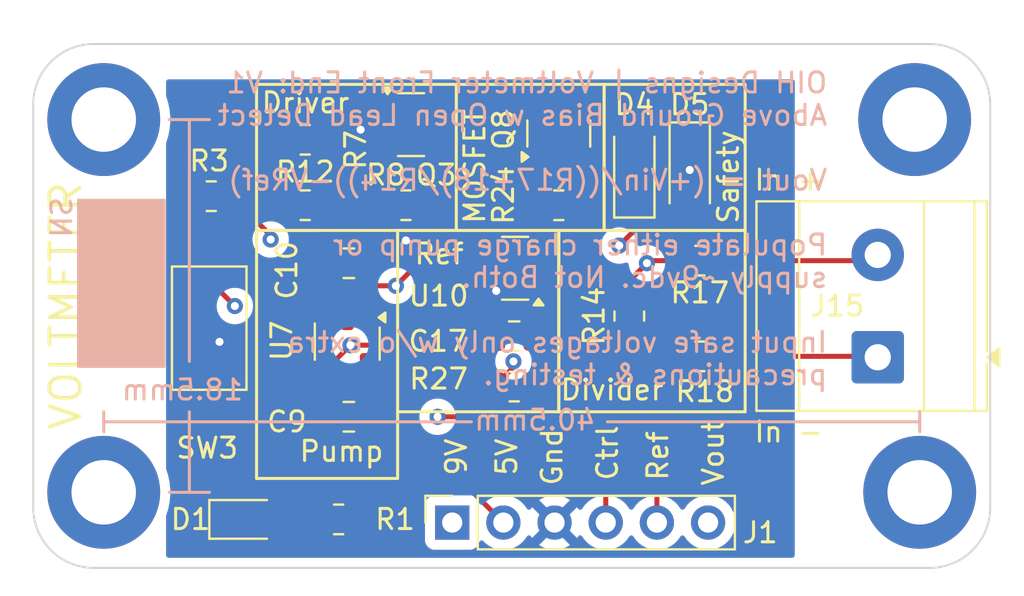
<source format=kicad_pcb>
(kicad_pcb (version 20241229) (generator "pcbnew") (generator_version "9.0")
  (layers (0 "F.Cu" signal) (4 "In1.Cu" signal) (6 "In2.Cu" signal) (2 "B.Cu" signal) (13 "F.Paste" user) (15 "B.Paste" user) (5 "F.SilkS" user "F.Silkscreen") (7 "B.SilkS" user "B.Silkscreen") (1 "F.Mask" user) (3 "B.Mask" user) (25 "Edge.Cuts" user))
  (net 0 "")
  (net 1 "GND")
  (net 2 "+9V")
  (net 3 "V_Input_REF")
  (net 4 "V_Input_Float")
  (net 5 "VDD")
  (net 6 "Net-(D1-A)")
  (net 7 "Net-(U7-C1-)")
  (net 8 "Net-(U7-C1+)")
  (net 9 "/ADC-1")
  (net 10 "/V Ref to ADS-0")
  (net 11 "Net-(Q8-D)")
  (net 12 "MOSFET_Ctrl")
  (net 13 "Net-(Q3-B)")
  (net 14 "/MOSFET_Gate")
  (footprint "Resistor_SMD:R_0805_2012Metric_Pad1.20x1.40mm_HandSolder" (layer "F.Cu") (at 114.3735 78.752)
    (property "Reference" "R27" (at -3.75 -0.381 0) (layer "F.SilkS"))
    (property "Value" "4.7K")
    (fp_line (start -0.227064 -0.735) (end 0.227064 -0.735) (stroke (width 0.12)) (layer "F.SilkS"))
    (fp_line (start -0.227064 0.735) (end 0.227064 0.735) (stroke (width 0.12)) (layer "F.SilkS"))
    (pad "1" smd roundrect (at -1 0) (size 1.2 1.4) (layers "F.Cu" "F.Mask" "F.Paste") (roundrect_rratio 0.208333) (net 5 "VDD"))
    (pad "2" smd roundrect (at 1 0) (size 1.2 1.4) (layers "F.Cu" "F.Mask" "F.Paste") (roundrect_rratio 0.208333) (net 10 "/V Ref to ADS-0"))
  )
  (footprint "Resistor_SMD:R_0805_2012Metric_Pad1.20x1.40mm_HandSolder" (layer "F.Cu") (at 123.586 77.252 180)
    (property "Reference" "R18" (at -0.25 -1.75 0) (layer "F.SilkS"))
    (property "Value" "499.0K")
    (fp_line (start -0.227064 0.735) (end 0.227064 0.735) (stroke (width 0.12)) (layer "F.SilkS"))
    (fp_line (start -0.227064 -0.735) (end 0.227064 -0.735) (stroke (width 0.12)) (layer "F.SilkS"))
    (pad "1" smd roundrect (at -1 0 180) (size 1.2 1.4) (layers "F.Cu" "F.Mask" "F.Paste") (roundrect_rratio 0.208333) (net 3 "V_Input_REF"))
    (pad "2" smd roundrect (at 1 0 180) (size 1.2 1.4) (layers "F.Cu" "F.Mask" "F.Paste") (roundrect_rratio 0.208333) (net 10 "/V Ref to ADS-0"))
  )
  (footprint "Resistor_SMD:R_0805_2012Metric_Pad1.20x1.40mm_HandSolder" (layer "F.Cu") (at 120.086 75.252 90)
    (property "Reference" "R14" (at 0 -1.75 270) (layer "F.SilkS"))
    (property "Value" "15.0K")
    (fp_line (start -0.227064 -0.735) (end 0.227064 -0.735) (stroke (width 0.12)) (layer "F.SilkS"))
    (fp_line (start -0.227064 0.735) (end 0.227064 0.735) (stroke (width 0.12)) (layer "F.SilkS"))
    (pad "1" smd roundrect (at -1 0 90) (size 1.2 1.4) (layers "F.Cu" "F.Mask" "F.Paste") (roundrect_rratio 0.208333) (net 10 "/V Ref to ADS-0"))
    (pad "2" smd roundrect (at 1 0 90) (size 1.2 1.4) (layers "F.Cu" "F.Mask" "F.Paste") (roundrect_rratio 0.208333) (net 9 "/ADC-1"))
  )
  (footprint "Package_TO_SOT_SMD:SOT-23" (layer "F.Cu") (at 114.419 72.88 180)
    (property "Reference" "U10" (at 3.7955 -1.372 0) (layer "F.SilkS"))
    (property "Value" "LM4040DBZ-2.5")
    (fp_line (start 0 1.56) (end 0.65 1.56) (stroke (width 0.12)) (layer "F.SilkS"))
    (fp_line (start 0 1.56) (end -0.65 1.56) (stroke (width 0.12)) (layer "F.SilkS"))
    (fp_line (start 0 -1.56) (end 0.65 -1.56) (stroke (width 0.12)) (layer "F.SilkS"))
    (fp_line (start 0 -1.56) (end -0.65 -1.56) (stroke (width 0.12)) (layer "F.SilkS"))
    (fp_poly (pts (xy -1.1625 -1.51) (xy -1.4025 -1.84) (xy -0.9225 -1.84) (xy -1.1625 -1.51)) (stroke (width 0.12)) (fill yes) (layer "F.SilkS"))
    (pad "1" smd roundrect (at -0.9375 -0.95 180) (size 1.475 0.6) (layers "F.Cu" "F.Mask" "F.Paste") (net 10 "/V Ref to ADS-0"))
    (pad "2" smd roundrect (at -0.9375 0.95 180) (size 1.475 0.6) (layers "F.Cu" "F.Mask" "F.Paste") (net 1 "GND"))
    (pad "3" smd roundrect (at 0.9375 0 180) (size 1.475 0.6) (layers "F.Cu" "F.Mask" "F.Paste") (net 1 "GND"))
  )
  (footprint "Capacitor_SMD:C_0805_2012Metric_Pad1.18x1.45mm_HandSolder" (layer "F.Cu") (at 106.1685 80.24994)
    (property "Reference" "C9" (at -3.0825 0.25 180) (layer "F.SilkS"))
    (property "Value" "4.7uF")
    (fp_line (start -0.261252 -0.735) (end 0.261252 -0.735) (stroke (width 0.12)) (layer "F.SilkS"))
    (fp_line (start -0.261252 0.735) (end 0.261252 0.735) (stroke (width 0.12)) (layer "F.SilkS"))
    (pad "1" smd roundrect (at -1.0375 0) (size 1.175 1.45) (layers "F.Cu" "F.Mask" "F.Paste") (roundrect_rratio 0.212766) (net 7 "Net-(U7-C1-)"))
    (pad "2" smd roundrect (at 1.0375 0) (size 1.175 1.45) (layers "F.Cu" "F.Mask" "F.Paste") (roundrect_rratio 0.212766) (net 8 "Net-(U7-C1+)"))
  )
  (footprint "Resistor_SMD:R_0805_2012Metric_Pad1.20x1.40mm_HandSolder" (layer "F.Cu") (at 105.657 85.344 180)
    (property "Reference" "R1" (at -2.801 0 0) (layer "F.SilkS"))
    (property "Value" "1K")
    (fp_line (start -0.227064 0.735) (end 0.227064 0.735) (stroke (width 0.12)) (layer "F.SilkS"))
    (fp_line (start -0.227064 -0.735) (end 0.227064 -0.735) (stroke (width 0.12)) (layer "F.SilkS"))
    (pad "1" smd roundrect (at -1 0 180) (size 1.2 1.4) (layers "F.Cu" "F.Mask" "F.Paste") (roundrect_rratio 0.208333) (net 5 "VDD"))
    (pad "2" smd roundrect (at 1 0 180) (size 1.2 1.4) (layers "F.Cu" "F.Mask" "F.Paste") (roundrect_rratio 0.208333) (net 6 "Net-(D1-A)"))
  )
  (footprint "Resistor_SMD:R_0805_2012Metric_Pad1.20x1.40mm_HandSolder" (layer "F.Cu") (at 123.586 72.502 180)
    (property "Reference" "R17" (at 0 -1.595 0) (layer "F.SilkS"))
    (property "Value" "499.0K")
    (fp_line (start -0.227064 0.735) (end 0.227064 0.735) (stroke (width 0.12)) (layer "F.SilkS"))
    (fp_line (start -0.227064 -0.735) (end 0.227064 -0.735) (stroke (width 0.12)) (layer "F.SilkS"))
    (pad "1" smd roundrect (at -1 0 180) (size 1.2 1.4) (layers "F.Cu" "F.Mask" "F.Paste") (roundrect_rratio 0.208333) (net 4 "V_Input_Float"))
    (pad "2" smd roundrect (at 1 0 180) (size 1.2 1.4) (layers "F.Cu" "F.Mask" "F.Paste") (roundrect_rratio 0.208333) (net 9 "/ADC-1"))
  )
  (footprint "Resistor_SMD:R_0805_2012Metric_Pad1.20x1.40mm_HandSolder" (layer "F.Cu") (at 104 66.5)
    (property "Reference" "R7" (at 2.5 0.5 270) (layer "F.SilkS"))
    (property "Value" "22K")
    (fp_line (start -0.227064 -0.735) (end 0.227064 -0.735) (stroke (width 0.12)) (layer "F.SilkS"))
    (fp_line (start -0.227064 0.735) (end 0.227064 0.735) (stroke (width 0.12)) (layer "F.SilkS"))
    (pad "1" smd roundrect (at -1 0) (size 1.2 1.4) (layers "F.Cu" "F.Mask" "F.Paste") (roundrect_rratio 0.208333) (net 12 "MOSFET_Ctrl"))
    (pad "2" smd roundrect (at 1 0) (size 1.2 1.4) (layers "F.Cu" "F.Mask" "F.Paste") (roundrect_rratio 0.208333) (net 13 "Net-(Q3-B)"))
  )
  (footprint "Package_TO_SOT_SMD:SOT-23-5_HandSoldering" (layer "F.Cu") (at 106.086 76.51994 -90)
    (property "Reference" "U7" (at -0.045 3.25 90) (layer "F.SilkS"))
    (property "Value" "MAX1683")
    (fp_line (start -0.9 1.61) (end 0.9 1.61) (stroke (width 0.12)) (layer "F.SilkS"))
    (fp_line (start 0.1 -1.61) (end -0.7 -1.61) (stroke (width 0.12)) (layer "F.SilkS"))
    (fp_line (start 0.1 -1.61) (end 0.9 -1.61) (stroke (width 0.12)) (layer "F.SilkS"))
    (fp_poly (pts (xy -1.2 -1.56) (xy -1.44 -1.89) (xy -0.96 -1.89) (xy -1.2 -1.56)) (stroke (width 0.12)) (fill yes) (layer "F.SilkS"))
    (pad "1" smd roundrect (at -1.35 -0.95 270) (size 1.56 0.65) (layers "F.Cu" "F.Mask" "F.Paste") (net 1 "GND"))
    (pad "2" smd roundrect (at -1.35 0 270) (size 1.56 0.65) (layers "F.Cu" "F.Mask" "F.Paste") (net 2 "+9V"))
    (pad "3" smd roundrect (at -1.35 0.95 270) (size 1.56 0.65) (layers "F.Cu" "F.Mask" "F.Paste") (net 7 "Net-(U7-C1-)"))
    (pad "4" smd roundrect (at 1.35 0.95 270) (size 1.56 0.65) (layers "F.Cu" "F.Mask" "F.Paste") (net 5 "VDD"))
    (pad "5" smd roundrect (at 1.35 -0.95 270) (size 1.56 0.65) (layers "F.Cu" "F.Mask" "F.Paste") (net 8 "Net-(U7-C1+)"))
  )
  (footprint "Resistor_SMD:R_0805_2012Metric_Pad1.20x1.40mm_HandSolder" (layer "F.Cu") (at 99.336 69.302 180)
    (property "Reference" "R3" (at 0.1 1.75 0) (layer "F.SilkS"))
    (property "Value" "10K")
    (fp_line (start -0.227064 0.735) (end 0.227064 0.735) (stroke (width 0.12)) (layer "F.SilkS"))
    (fp_line (start -0.227064 -0.735) (end 0.227064 -0.735) (stroke (width 0.12)) (layer "F.SilkS"))
    (pad "1" smd roundrect (at -1 0 180) (size 1.2 1.4) (layers "F.Cu" "F.Mask" "F.Paste") (roundrect_rratio 0.208333) (net 5 "VDD"))
    (pad "2" smd roundrect (at 1 0 180) (size 1.2 1.4) (layers "F.Cu" "F.Mask" "F.Paste") (roundrect_rratio 0.208333) (net 12 "MOSFET_Ctrl"))
  )
  (footprint "Package_TO_SOT_SMD:SOT-23" (layer "F.Cu") (at 109.25 65.75)
    (property "Reference" "Q3" (at 1.25 2.5 180) (layer "F.SilkS"))
    (property "Value" "MMBT3904")
    (fp_line (start 0 -1.56) (end -0.65 -1.56) (stroke (width 0.12)) (layer "F.SilkS"))
    (fp_line (start 0 -1.56) (end 0.65 -1.56) (stroke (width 0.12)) (layer "F.SilkS"))
    (fp_line (start 0 1.56) (end -0.65 1.56) (stroke (width 0.12)) (layer "F.SilkS"))
    (fp_line (start 0 1.56) (end 0.65 1.56) (stroke (width 0.12)) (layer "F.SilkS"))
    (fp_poly (pts (xy -1.1625 -1.51) (xy -1.4025 -1.84) (xy -0.9225 -1.84)) (stroke (width 0.12)) (fill yes) (layer "F.SilkS"))
    (pad "1" smd roundrect (at -0.9375 -0.95) (size 1.475 0.6) (layers "F.Cu" "F.Mask" "F.Paste") (net 13 "Net-(Q3-B)"))
    (pad "2" smd roundrect (at -0.9375 0.95) (size 1.475 0.6) (layers "F.Cu" "F.Mask" "F.Paste") (net 1 "GND"))
    (pad "3" smd roundrect (at 0.9375 0) (size 1.475 0.6) (layers "F.Cu" "F.Mask" "F.Paste") (net 14 "/MOSFET_Gate"))
  )
  (footprint "Resistor_SMD:R_0805_2012Metric_Pad1.20x1.40mm_HandSolder" (layer "F.Cu") (at 104 69.75)
    (property "Reference" "R12" (at 0 -1.65 0) (layer "F.SilkS"))
    (property "Value" "100K")
    (fp_line (start -0.227064 -0.735) (end 0.227064 -0.735) (stroke (width 0.12)) (layer "F.SilkS"))
    (fp_line (start -0.227064 0.735) (end 0.227064 0.735) (stroke (width 0.12)) (layer "F.SilkS"))
    (pad "1" smd roundrect (at -1 0) (size 1.2 1.4) (layers "F.Cu" "F.Mask" "F.Paste") (roundrect_rratio 0.208333) (net 1 "GND"))
    (pad "2" smd roundrect (at 1 0) (size 1.2 1.4) (layers "F.Cu" "F.Mask" "F.Paste") (roundrect_rratio 0.208333) (net 14 "/MOSFET_Gate"))
  )
  (footprint "Diode_SMD:D_SOD-123" (layer "F.Cu") (at 120.336 68.002 90)
    (property "Reference" "D4" (at 3.25 0 0) (layer "F.SilkS"))
    (property "Value" "D_Schottky")
    (fp_line (start -2.36 -1) (end 1.65 -1) (stroke (width 0.12)) (layer "F.SilkS"))
    (fp_line (start -2.36 -1) (end -2.36 1) (stroke (width 0.12)) (layer "F.SilkS"))
    (fp_line (start -2.36 1) (end 1.65 1) (stroke (width 0.12)) (layer "F.SilkS"))
    (pad "1" smd roundrect (at -1.65 0 90) (size 0.9 1.2) (layers "F.Cu" "F.Mask" "F.Paste") (net 5 "VDD"))
    (pad "2" smd roundrect (at 1.65 0 90) (size 0.9 1.2) (layers "F.Cu" "F.Mask" "F.Paste") (net 9 "/ADC-1"))
  )
  (footprint "Resistor_SMD:R_0805_2012Metric_Pad1.20x1.40mm_HandSolder" (layer "F.Cu") (at 116.586 69.752 180)
    (property "Reference" "R24" (at 2.75 0.5 90) (layer "F.SilkS"))
    (property "Value" "1.0M")
    (fp_line (start -0.227064 0.735) (end 0.227064 0.735) (stroke (width 0.12)) (layer "F.SilkS"))
    (fp_line (start -0.227064 -0.735) (end 0.227064 -0.735) (stroke (width 0.12)) (layer "F.SilkS"))
    (pad "1" smd roundrect (at -1 0 180) (size 1.2 1.4) (layers "F.Cu" "F.Mask" "F.Paste") (roundrect_rratio 0.208333) (net 11 "Net-(Q8-D)"))
    (pad "2" smd roundrect (at 1 0 180) (size 1.2 1.4) (layers "F.Cu" "F.Mask" "F.Paste") (roundrect_rratio 0.208333) (net 10 "/V Ref to ADS-0"))
  )
  (footprint "Capacitor_SMD:C_0805_2012Metric_Pad1.18x1.45mm_HandSolder" (layer "F.Cu") (at 106.1685 72.62994 180)
    (property "Reference" "C10" (at 3.0825 -0.345 270) (layer "F.SilkS"))
    (property "Value" "4.7uF")
    (fp_line (start -0.261252 0.735) (end 0.261252 0.735) (stroke (width 0.12)) (layer "F.SilkS"))
    (fp_line (start -0.261252 -0.735) (end 0.261252 -0.735) (stroke (width 0.12)) (layer "F.SilkS"))
    (pad "1" smd roundrect (at -1.0375 0 180) (size 1.175 1.45) (layers "F.Cu" "F.Mask" "F.Paste") (roundrect_rratio 0.212766) (net 1 "GND"))
    (pad "2" smd roundrect (at 1.0375 0 180) (size 1.175 1.45) (layers "F.Cu" "F.Mask" "F.Paste") (roundrect_rratio 0.212766) (net 2 "+9V"))
  )
  (footprint "TerminalBlock_Phoenix:TerminalBlock_Phoenix_MKDS-3-2-5.08_1x02_P5.08mm_Horizontal" (layer "F.Cu") (at 132.4175 77.297 90)
    (property "Reference" "J15" (at 2.547 -2.0035 180) (layer "F.SilkS"))
    (property "Value" "Barrel_Jack")
    (fp_line (start 7.74 -6.02) (end 7.74 5.42) (stroke (width 0.12)) (layer "F.SilkS"))
    (fp_line (start -2.66 -6.02) (end 7.74 -6.02) (stroke (width 0.12)) (layer "F.SilkS"))
    (fp_line (start -2.66 -3.9) (end 7.74 -3.9) (stroke (width 0.12)) (layer "F.SilkS"))
    (fp_line (start -2.66 2.3) (end 7.74 2.3) (stroke (width 0.12)) (layer "F.SilkS"))
    (fp_line (start -2.66 4.8) (end 7.74 4.8) (stroke (width 0.12)) (layer "F.SilkS"))
    (fp_line (start 7.74 5.42) (end 0.3 5.42) (stroke (width 0.12)) (layer "F.SilkS"))
    (fp_line (start -0.3 5.42) (end -2.66 5.42) (stroke (width 0.12)) (layer "F.SilkS"))
    (fp_line (start -2.66 5.42) (end -2.66 -6.02) (stroke (width 0.12)) (layer "F.SilkS"))
    (fp_poly (pts (xy 0 5.42) (xy 0.44 6.03) (xy -0.44 6.03)) (stroke (width 0.12)) (fill yes) (layer "F.SilkS"))
    (pad "1" thru_hole roundrect (at 0 0 90) (size 2.6 2.6) (drill 1.3) (layers "*.Cu" "*.Mask") (roundrect_rratio 0.096154) (net 3 "V_Input_REF"))
    (pad "2" thru_hole circle (at 5.08 0 90) (size 2.6 2.6) (drill 1.3) (layers "*.Cu" "*.Mask") (net 4 "V_Input_Float"))
  )
  (footprint "MountingHole:MountingHole_3.2mm_M3_DIN965_Pad_TopBottom" (layer "F.Cu") (at 134.5 84)
    (property "Reference" "H3" (hide yes))
    (property "Value" "MountingHole")
    (pad "1" thru_hole circle (at 0 0) (size 3.6 3.6) (drill 3.2) (layers "*.Cu" "*.Mask"))
    (pad "1" connect circle (at 0 0) (size 5.6 5.6) (layers "F.Cu" "F.Mask"))
    (pad "1" connect circle (at 0 0) (size 5.6 5.6) (layers "B.Cu" "B.Mask"))
  )
  (footprint "Diode_SMD:D_SOD-123" (layer "F.Cu") (at 123.086 68.002 -90)
    (property "Reference" "D5" (at -3.25 0 0) (layer "F.SilkS"))
    (property "Value" "D_Schottky")
    (fp_line (start -2.36 1) (end 1.65 1) (stroke (width 0.12)) (layer "F.SilkS"))
    (fp_line (start -2.36 -1) (end -2.36 1) (stroke (width 0.12)) (layer "F.SilkS"))
    (fp_line (start -2.36 -1) (end 1.65 -1) (stroke (width 0.12)) (layer "F.SilkS"))
    (pad "1" smd roundrect (at -1.65 0 270) (size 0.9 1.2) (layers "F.Cu" "F.Mask" "F.Paste") (net 9 "/ADC-1"))
    (pad "2" smd roundrect (at 1.65 0 270) (size 0.9 1.2) (layers "F.Cu" "F.Mask" "F.Paste") (net 1 "GND"))
  )
  (footprint "Package_TO_SOT_SMD:SOT-23" (layer "F.Cu") (at 116.586 66.1895 90)
    (property "Reference" "Q8" (at 0.1875 -2.75 270) (layer "F.SilkS"))
    (property "Value" "AO3400A MOSFET")
    (fp_line (start 0 -1.56) (end 0.65 -1.56) (stroke (width 0.12)) (layer "F.SilkS"))
    (fp_line (start 0 -1.56) (end -0.65 -1.56) (stroke (width 0.12)) (layer "F.SilkS"))
    (fp_line (start 0 1.56) (end 0.65 1.56) (stroke (width 0.12)) (layer "F.SilkS"))
    (fp_line (start 0 1.56) (end -0.65 1.56) (stroke (width 0.12)) (layer "F.SilkS"))
    (fp_poly (pts (xy -1.1625 -1.51) (xy -1.4025 -1.84) (xy -0.9225 -1.84)) (stroke (width 0.12)) (fill yes) (layer "F.SilkS"))
    (pad "1" smd roundrect (at -0.9375 -0.95 90) (size 1.475 0.6) (layers "F.Cu" "F.Mask" "F.Paste") (net 14 "/MOSFET_Gate"))
    (pad "2" smd roundrect (at -0.9375 0.95 90) (size 1.475 0.6) (layers "F.Cu" "F.Mask" "F.Paste") (net 9 "/ADC-1"))
    (pad "3" smd roundrect (at 0.9375 0 90) (size 1.475 0.6) (layers "F.Cu" "F.Mask" "F.Paste") (net 11 "Net-(Q8-D)"))
  )
  (footprint "Resistor_SMD:R_0805_2012Metric_Pad1.20x1.40mm_HandSolder" (layer "F.Cu") (at 109 69.75)
    (property "Reference" "R8" (at -1 -1.5 180) (layer "F.SilkS"))
    (property "Value" "10K")
    (fp_line (start -0.227064 -0.735) (end 0.227064 -0.735) (stroke (width 0.12)) (layer "F.SilkS"))
    (fp_line (start -0.227064 0.735) (end 0.227064 0.735) (stroke (width 0.12)) (layer "F.SilkS"))
    (pad "1" smd roundrect (at -1 0) (size 1.2 1.4) (layers "F.Cu" "F.Mask" "F.Paste") (roundrect_rratio 0.208333) (net 14 "/MOSFET_Gate"))
    (pad "2" smd roundrect (at 1 0) (size 1.2 1.4) (layers "F.Cu" "F.Mask" "F.Paste") (roundrect_rratio 0.208333) (net 2 "+9V"))
  )
  (footprint "MountingHole:MountingHole_3.2mm_M3_DIN965_Pad_TopBottom" (layer "F.Cu") (at 134.25 65.5)
    (property "Reference" "H2" (hide yes))
    (property "Value" "MountingHole")
    (pad "1" thru_hole circle (at 0 0) (size 3.6 3.6) (drill 3.2) (layers "*.Cu" "*.Mask"))
    (pad "1" connect circle (at 0 0) (size 5.6 5.6) (layers "F.Cu" "F.Mask"))
    (pad "1" connect circle (at 0 0) (size 5.6 5.6) (layers "B.Cu" "B.Mask"))
  )
  (footprint "LED_SMD:LED_0805_2012Metric_Pad1.15x1.40mm_HandSolder" (layer "F.Cu") (at 101.101 85.344)
    (property "Reference" "D1" (at -2.794 0 0) (layer "F.SilkS"))
    (property "Value" "LED")
    (fp_line (start -1.86 -0.96) (end -1.86 0.96) (stroke (width 0.12)) (layer "F.SilkS"))
    (fp_line (start -1.86 0.96) (end 1 0.96) (stroke (width 0.12)) (layer "F.SilkS"))
    (fp_line (start 1 -0.96) (end -1.86 -0.96) (stroke (width 0.12)) (layer "F.SilkS"))
    (pad "1" smd roundrect (at -1.025 0) (size 1.15 1.4) (layers "F.Cu" "F.Mask" "F.Paste") (roundrect_rratio 0.217391) (net 1 "GND"))
    (pad "2" smd roundrect (at 1.025 0) (size 1.15 1.4) (layers "F.Cu" "F.Mask" "F.Paste") (roundrect_rratio 0.217391) (net 6 "Net-(D1-A)"))
  )
  (footprint "MountingHole:MountingHole_3.2mm_M3_DIN965_Pad_TopBottom" (layer "F.Cu") (at 94 84)
    (property "Reference" "H4" (hide yes))
    (property "Value" "MountingHole")
    (pad "1" thru_hole circle (at 0 0) (size 3.6 3.6) (drill 3.2) (layers "*.Cu" "*.Mask"))
    (pad "1" connect circle (at 0 0) (size 5.6 5.6) (layers "F.Cu" "F.Mask"))
    (pad "1" connect circle (at 0 0) (size 5.6 5.6) (layers "B.Cu" "B.Mask"))
  )
  (footprint "Button_Switch_SMD:SW_SPST_CK_RS282G05A3" (layer "F.Cu") (at 99.236 75.852 -90)
    (property "Reference" "SW3" (at 5.95 0.1 0) (layer "F.SilkS"))
    (property "Value" "SW_Push")
    (fp_line (start -3.06 1.85) (end -3.06 -1.85) (stroke (width 0.12)) (layer "F.SilkS"))
    (fp_line (start 3.06 1.85) (end -3.06 1.85) (stroke (width 0.12)) (layer "F.SilkS"))
    (fp_line (start -3.06 -1.85) (end 3.06 -1.85) (stroke (width 0.12)) (layer "F.SilkS"))
    (fp_line (start 3.06 -1.85) (end 3.06 1.85) (stroke (width 0.12)) (layer "F.SilkS"))
    (pad "1" smd rect (at -3.9 0 270) (size 1.5 1.5) (layers "F.Cu" "F.Mask" "F.Paste") (net 12 "MOSFET_Ctrl"))
    (pad "2" smd rect (at 3.9 0 270) (size 1.5 1.5) (layers "F.Cu" "F.Mask" "F.Paste") (net 1 "GND"))
  )
  (footprint "Capacitor_SMD:C_0805_2012Metric_Pad1.18x1.45mm_HandSolder" (layer "F.Cu") (at 114.3735 76.252)
    (property "Reference" "C17" (at -3.7875 0.25 180) (layer "F.SilkS"))
    (property "Value" "0.1uF")
    (fp_line (start -0.261252 -0.735) (end 0.261252 -0.735) (stroke (width 0.12)) (layer "F.SilkS"))
    (fp_line (start -0.261252 0.735) (end 0.261252 0.735) (stroke (width 0.12)) (layer "F.SilkS"))
    (pad "1" smd roundrect (at -1.0375 0) (size 1.175 1.45) (layers "F.Cu" "F.Mask" "F.Paste") (roundrect_rratio 0.212766) (net 1 "GND"))
    (pad "2" smd roundrect (at 1.0375 0) (size 1.175 1.45) (layers "F.Cu" "F.Mask" "F.Paste") (roundrect_rratio 0.212766) (net 10 "/V Ref to ADS-0"))
  )
  (footprint "Connector_PinSocket_2.54mm:PinSocket_1x06_P2.54mm_Vertical" (layer "F.Cu") (at 111.296 85.502 90)
    (property "Reference" "J1" (at -0.5 15.29 180) (layer "F.SilkS"))
    (property "Value" "Voltmeter")
    (fp_line (start 1.33 -1.33) (end 1.33 0) (stroke (width 0.12)) (layer "F.SilkS"))
    (fp_line (start 0 -1.33) (end 1.33 -1.33) (stroke (width 0.12)) (layer "F.SilkS"))
    (fp_line (start 1.33 1.27) (end 1.33 14.03) (stroke (width 0.12)) (layer "F.SilkS"))
    (fp_line (start -1.33 1.27) (end 1.33 1.27) (stroke (width 0.12)) (layer "F.SilkS"))
    (fp_line (start -1.33 1.27) (end -1.33 14.03) (stroke (width 0.12)) (layer "F.SilkS"))
    (fp_line (start -1.33 14.03) (end 1.33 14.03) (stroke (width 0.12)) (layer "F.SilkS"))
    (pad "1" thru_hole rect (at 0 0 90) (size 1.7 1.7) (drill 1) (layers "*.Cu" "*.Mask") (net 2 "+9V"))
    (pad "2" thru_hole circle (at 0 2.54 90) (size 1.7 1.7) (drill 1) (layers "*.Cu" "*.Mask") (net 5 "VDD"))
    (pad "3" thru_hole circle (at 0 5.08 90) (size 1.7 1.7) (drill 1) (layers "*.Cu" "*.Mask") (net 1 "GND"))
    (pad "4" thru_hole circle (at 0 7.62 90) (size 1.7 1.7) (drill 1) (layers "*.Cu" "*.Mask") (net 12 "MOSFET_Ctrl"))
    (pad "5" thru_hole circle (at 0 10.16 90) (size 1.7 1.7) (drill 1) (layers "*.Cu" "*.Mask") (net 10 "/V Ref to ADS-0"))
    (pad "6" thru_hole circle (at 0 12.7 90) (size 1.7 1.7) (drill 1) (layers "*.Cu" "*.Mask") (net 9 "/ADC-1"))
  )
  (footprint "MountingHole:MountingHole_3.2mm_M3_DIN965_Pad_TopBottom" (layer "F.Cu") (at 94 65.5)
    (property "Reference" "H1" (hide yes))
    (property "Value" "MountingHole")
    (pad "1" thru_hole circle (at 0 0) (size 3.6 3.6) (drill 3.2) (layers "*.Cu" "*.Mask"))
    (pad "1" connect circle (at 0 0) (size 5.6 5.6) (layers "F.Cu" "F.Mask"))
    (pad "1" connect circle (at 0 0) (size 5.6 5.6) (layers "B.Cu" "B.Mask"))
  )
  (gr_line (start 104.586 71.002) (end 101.586 71.002) (stroke (width 0.15)) (layer "F.SilkS"))
  (gr_rect (start 101.586 63.752) (end 118.836 71.002) (stroke (width 0.15)) (fill no) (layer "F.SilkS"))
  (gr_line (start 101.586 71.002) (end 101.586 83.312) (stroke (width 0.15)) (layer "F.SilkS"))
  (gr_line (start 108.586 80.002) (end 108.586 83.312) (stroke (width 0.15)) (layer "F.SilkS"))
  (gr_rect (start 118.836 63.752) (end 125.836 71.002) (stroke (width 0.15)) (fill no) (layer "F.SilkS"))
  (gr_line (start 111.5 71) (end 111.5 63.75) (stroke (width 0.15)) (layer "F.SilkS"))
  (gr_line (start 101.586 83.312) (end 108.586 83.312) (stroke (width 0.15)) (layer "F.SilkS"))
  (gr_rect (start 116.586 71.002) (end 125.836 80.002) (stroke (width 0.15)) (fill no) (layer "F.SilkS"))
  (gr_rect (start 108.586 71.002) (end 116.586 80.002) (stroke (width 0.15)) (fill no) (layer "F.SilkS"))
  (gr_line (start 125.836 80.002) (end 125.836 80.002) (stroke (width 0.15)) (layer "F.SilkS"))
  (gr_line (start 94 80) (end 94 81) (stroke (width 0.15)) (layer "B.SilkS"))
  (gr_rect (start 92.75 69.5) (end 97 77.75) (stroke (width 0.15)) (fill yes) (layer "B.SilkS"))
  (gr_line (start 134.5 81) (end 134.5 80) (stroke (width 0.15)) (layer "B.SilkS"))
  (gr_line (start 134.5 80.5) (end 119 80.5) (stroke (width 0.15)) (layer "B.SilkS"))
  (gr_line (start 94 80.5) (end 112.25 80.5) (stroke (width 0.15)) (layer "B.SilkS"))
  (gr_line (start 97.25 84) (end 99.25 84) (stroke (width 0.15)) (layer "B.SilkS"))
  (gr_line (start 98.25 77.5) (end 98.25 65.5) (stroke (width 0.15)) (layer "B.SilkS"))
  (gr_line (start 98.25 80) (end 98.25 84) (stroke (width 0.15)) (layer "B.SilkS"))
  (gr_line (start 97.25 65.5) (end 99.25 65.5) (stroke (width 0.15)) (layer "B.SilkS"))
  (gr_arc (start 135 61.75) (mid 137.12132 62.62868) (end 138 64.75) (stroke (width 0.1)) (layer "Edge.Cuts"))
  (gr_line (start 90.5 84.75) (end 90.5 64.75) (stroke (width 0.1)) (layer "Edge.Cuts"))
  (gr_arc (start 90.5 64.75) (mid 91.37868 62.62868) (end 93.5 61.75) (stroke (width 0.1)) (layer "Edge.Cuts"))
  (gr_arc (start 93.5 87.75) (mid 91.37868 86.87132) (end 90.5 84.75) (stroke (width 0.1)) (layer "Edge.Cuts"))
  (gr_line (start 135 87.75) (end 93.5 87.75) (stroke (width 0.1)) (layer "Edge.Cuts"))
  (gr_line (start 138 64.75) (end 138 84.75) (stroke (width 0.1)) (layer "Edge.Cuts"))
  (gr_line (start 93.5 61.75) (end 135 61.75) (stroke (width 0.1)) (layer "Edge.Cuts"))
  (gr_arc (start 138 84.75) (mid 137.12132 86.87132) (end 135 87.75) (stroke (width 0.1)) (layer "Edge.Cuts"))
  (gr_text "In -" (at 128 81 0) (layer "F.SilkS") (effects (font (size 1 1))))
  (gr_text "Divider" (at 116.586 79.502 0) (layer "F.SilkS") (effects (font (size 1 1)) (justify left bottom)))
  (gr_text "Safety" (at 125.586 70.752 90) (layer "F.SilkS") (effects (font (size 1 1)) (justify left bottom)))
  (gr_text "In +" (at 128 68.5 0) (layer "F.SilkS") (effects (font (size 1 1))))
  (gr_text "MOSFET" (at 113 70.752 90) (layer "F.SilkS") (effects (font (size 1 1)) (justify left bottom)))
  (gr_text "5V" (at 114.586 83.252 90) (layer "F.SilkS") (effects (font (size 1 1)) (justify left bottom)))
  (gr_text "Vout" (at 124.836 83.752 90) (layer "F.SilkS") (effects (font (size 1 1)) (justify left bottom)))
  (gr_text "Gnd" (at 116.836 83.752 90) (layer "F.SilkS") (effects (font (size 1 1)) (justify left bottom)))
  (gr_text "VOLTMETER" (at 93 81 90) (layer "F.SilkS") (effects (font (size 1.5 1.5) (thickness 0.1875)) (justify left bottom)))
  (gr_text "Ref" (at 122.086 83.502 90) (layer "F.SilkS") (effects (font (size 1 1)) (justify left bottom)))
  (gr_text "Driver" (at 101.75 65.25 0) (layer "F.SilkS") (effects (font (size 1 1)) (justify left bottom)))
  (gr_text "Pump" (at 103.632 82.55 0) (layer "F.SilkS") (effects (font (size 1 1)) (justify left bottom)))
  (gr_text "9V" (at 112.086 83.252 90) (layer "F.SilkS") (effects (font (size 1 1)) (justify left bottom)))
  (gr_text "Ref" (at 109.336 72.752 0) (layer "F.SilkS") (effects (font (size 1 1)) (justify left bottom)))
  (gr_text "Ctrl" (at 119.586 83.502 90) (layer "F.SilkS") (effects (font (size 1 1)) (justify left bottom)))
  (gr_text "18.5mm" (at 101 79.5 0) (layer "B.SilkS") (effects (font (size 1 1)) (justify left bottom mirror)))
  (gr_text "40.5mm" (at 118.5 81 0) (layer "B.SilkS") (effects (font (size 1 1)) (justify left bottom mirror)))
  (gr_text "OIH Designs | Voltmeter Front End: V1\nAbove Ground Bias w Open Lead Detect\n\nVout = (+Vin/((R17+18)/R14))-VRef)\n\nPopulate either charge pump or \nsupply ~9vdc. Not Both.\n\nInput safe voltages only w/o extra \nprecautions & testing." (at 130 78.75 0) (layer "B.SilkS") (effects (font (size 1 1)) (justify left bottom mirror)))
  (gr_text "SN" (at 92.5 69.25 90) (layer "B.SilkS") (effects (font (size 1 1)) (justify left bottom mirror)))
  (segment (start 108.3125 66.7) (end 107.45 66.7) (width 0.25) (layer "F.Cu") (net 1))
  (segment (start 113.4815 74.002) (end 113.4815 76.1065) (width 0.25) (layer "F.Cu") (net 1))
  (segment (start 114.4315 71.93) (end 113.4815 72.88) (width 0.25) (layer "F.Cu") (net 1))
  (segment (start 107.87006 72.62994) (end 107.206 72.62994) (width 0.25) (layer "F.Cu") (net 1))
  (segment (start 99.236 77.042) (end 99.746 76.532) (width 0.25) (layer "F.Cu") (net 1))
  (segment (start 104.5 71.25) (end 105.82606 71.25) (width 0.25) (layer "F.Cu") (net 1))
  (segment (start 112.346 75.262) (end 113.336 76.252) (width 0.25) (layer "F.Cu") (net 1))
  (segment (start 100.076 85.344) (end 100.076 80.592) (width 0.25) (layer "F.Cu") (net 1))
  (segment (start 100.076 80.592) (end 99.236 79.752) (width 0.25) (layer "F.Cu") (net 1))
  (segment (start 105.82606 71.25) (end 107.206 72.62994) (width 0.25) (layer "F.Cu") (net 1))
  (segment (start 107.12806 75.262) (end 112.346 75.262) (width 0.25) (layer "F.Cu") (net 1))
  (segment (start 107.45 66.7) (end 106.75 66) (width 0.25) (layer "F.Cu") (net 1))
  (segment (start 113.4815 72.88) (end 113.4815 74.002) (width 0.25) (layer "F.Cu") (net 1))
  (segment (start 115.3565 71.93) (end 114.4315 71.93) (width 0.25) (layer "F.Cu") (net 1))
  (segment (start 109 71.5) (end 107.87006 72.62994) (width 0.25) (layer "F.Cu") (net 1))
  (segment (start 99.236 79.752) (end 99.236 77.042) (width 0.25) (layer "F.Cu") (net 1))
  (segment (start 103 69.75) (end 104.5 71.25) (width 0.25) (layer "F.Cu") (net 1))
  (segment (start 123.086 69.652) (end 123.086 68.002) (width 0.25) (layer "F.Cu") (net 1))
  (via (at 123.086 68.002) (size 0.8) (drill 0.4) (layers "F.Cu" "B.Cu") (net 1))
  (via (at 106.75 66) (size 0.8) (drill 0.4) (layers "F.Cu" "B.Cu") (net 1))
  (via (at 109 71.5) (size 0.8) (drill 0.4) (layers "F.Cu" "B.Cu") (net 1))
  (via (at 99.746 76.532) (size 0.8) (drill 0.4) (layers "F.Cu" "B.Cu") (net 1))
  (via (at 113.4815 74.002) (size 0.8) (drill 0.4) (layers "F.Cu" "B.Cu") (net 1))
  (segment (start 106.086 74.389941) (end 106.725941 73.75) (width 0.25) (layer "F.Cu") (net 2))
  (segment (start 106.725941 73.75) (end 108.5 73.75) (width 0.25) (layer "F.Cu") (net 2))
  (segment (start 106.086 75.16994) (end 106.086 74.389941) (width 0.25) (layer "F.Cu") (net 2))
  (segment (start 106.086 75.16994) (end 106.086 73.58494) (width 0.25) (layer "F.Cu") (net 2))
  (segment (start 108.5 73.75) (end 110 72.25) (width 0.25) (layer "F.Cu") (net 2))
  (segment (start 106.086 73.58494) (end 105.131 72.62994) (width 0.25) (layer "F.Cu") (net 2))
  (segment (start 110 72.25) (end 110 69.75) (width 0.25) (layer "F.Cu") (net 2))
  (via (at 108.5 73.75) (size 0.8) (drill 0.4) (layers "F.Cu" "B.Cu") (net 2))
  (segment (start 124.586 77.252) (end 132.7085 77.252) (width 0.25) (layer "F.Cu") (net 3))
  (segment (start 124.586 72.502) (end 132.4685 72.502) (width 0.25) (layer "F.Cu") (net 4))
  (segment (start 108.181 83.82) (end 112.154 83.82) (width 0.25) (layer "F.Cu") (net 5))
  (segment (start 114.336 77.7895) (end 114.336 77.502) (width 0.25) (layer "F.Cu") (net 5))
  (segment (start 106.244313 76.697843) (end 105.136 77.806156) (width 0.25) (layer "F.Cu") (net 5))
  (segment (start 100.336 69.302) (end 102.286 71.252) (width 0.25) (layer "F.Cu") (net 5))
  (segment (start 120.336 69.652) (end 120.336 71.002) (width 0.25) (layer "F.Cu") (net 5))
  (segment (start 106.657 85.344) (end 108.181 83.82) (width 0.25) (layer "F.Cu") (net 5))
  (segment (start 111.319343 76.697843) (end 106.244313 76.697843) (width 0.25) (layer "F.Cu") (net 5))
  (segment (start 112.154 83.82) (end 113.836 85.502) (width 0.25) (layer "F.Cu") (net 5))
  (segment (start 113.3735 78.752) (end 114.336 77.7895) (width 0.25) (layer "F.Cu") (net 5))
  (segment (start 113.3735 78.752) (end 111.319343 76.697843) (width 0.25) (layer "F.Cu") (net 5))
  (segment (start 120.336 71.002) (end 119.586 71.752) (width 0.25) (layer "F.Cu") (net 5))
  (via (at 119.586 71.752) (size 0.8) (drill 0.4) (layers "F.Cu" "B.Cu") (net 5))
  (via (at 102.286 71.452) (size 0.8) (drill 0.4) (layers "F.Cu" "B.Cu") (net 5))
  (via (at 114.336 77.502) (size 0.8) (drill 0.4) (layers "F.Cu" "B.Cu") (net 5))
  (via (at 106.244313 76.697843) (size 0.8) (drill 0.4) (layers "F.Cu" "B.Cu") (net 5))
  (segment (start 104.657 85.344) (end 102.126 85.344) (width 0.25) (layer "F.Cu") (net 6))
  (segment (start 103.861 78.97994) (end 105.131 80.24994) (width 0.25) (layer "F.Cu") (net 7))
  (segment (start 103.861 76.44494) (end 103.861 78.97994) (width 0.25) (layer "F.Cu") (net 7))
  (segment (start 105.136 75.16994) (end 103.861 76.44494) (width 0.25) (layer "F.Cu") (net 7))
  (segment (start 107.036 77.86994) (end 107.036 80.07994) (width 0.25) (layer "F.Cu") (net 8))
  (segment (start 121.086 72.502) (end 122.586 72.502) (width 0.25) (layer "F.Cu") (net 9))
  (segment (start 120.086 74.252) (end 120.086 73.502) (width 0.25) (layer "F.Cu") (net 9))
  (segment (start 121.586 71.502) (end 121.586 67.602) (width 0.25) (layer "F.Cu") (net 9))
  (segment (start 122.586 72.502) (end 121.586 71.502) (width 0.25) (layer "F.Cu") (net 9))
  (segment (start 121.586 67.602) (end 120.336 66.352) (width 0.25) (layer "F.Cu") (net 9))
  (segment (start 123.086 66.352) (end 120.336 66.352) (width 0.25) (layer "F.Cu") (net 9))
  (segment (start 120.961 72.627) (end 121.086 72.502) (width 0.25) (layer "F.Cu") (net 9))
  (segment (start 120.086 73.502) (end 120.961 72.627) (width 0.25) (layer "F.Cu") (net 9))
  (segment (start 120.336 66.352) (end 118.311 66.352) (width 0.25) (layer "F.Cu") (net 9))
  (segment (start 118.311 66.352) (end 117.536 67.127) (width 0.25) (layer "F.Cu") (net 9))
  (via (at 120.961 72.627) (size 0.8) (drill 0.4) (layers "F.Cu" "B.Cu") (net 9))
  (segment (start 115.3565 73.83) (end 115.3565 76.1975) (width 0.25) (layer "F.Cu") (net 10))
  (segment (start 115.411 76.252) (end 120.086 76.252) (width 0.25) (layer "F.Cu") (net 10))
  (segment (start 115.586 69.752) (end 116.42 70.586) (width 0.25) (layer "F.Cu") (net 10))
  (segment (start 116.42 72.7665) (end 115.3565 73.83) (width 0.25) (layer "F.Cu") (net 10))
  (segment (start 115.411 76.252) (end 115.411 78.7145) (width 0.25) (layer "F.Cu") (net 10))
  (segment (start 121.086 77.252) (end 120.086 76.252) (width 0.25) (layer "F.Cu") (net 10))
  (segment (start 122.586 77.252) (end 121.086 77.252) (width 0.25) (layer "F.Cu") (net 10))
  (segment (start 122.586 77.252) (end 121.456 78.382) (width 0.25) (layer "F.Cu") (net 10))
  (segment (start 116.42 70.586) (end 116.42 72.7665) (width 0.25) (layer "F.Cu") (net 10))
  (segment (start 121.456 78.382) (end 121.456 85.502) (width 0.25) (layer "F.Cu") (net 10))
  (segment (start 116.586 68.752) (end 117.586 69.752) (width 0.25) (layer "F.Cu") (net 11))
  (segment (start 116.586 65.252) (end 116.586 68.752) (width 0.25) (layer "F.Cu") (net 11))
  (segment (start 110.571 80.252) (end 116.796 80.252) (width 0.25) (layer "F.Cu") (net 12))
  (segment (start 99.236 71.952) (end 99.236 70.202) (width 0.25) (layer "F.Cu") (net 12))
  (segment (start 99.236 71.952) (end 99.236 73.482) (width 0.25) (layer "F.Cu") (net 12))
  (segment (start 101.138 66.5) (end 98.336 69.302) (width 0.25) (layer "F.Cu") (net 12))
  (segment (start 99.236 70.202) (end 98.336 69.302) (width 0.25) (layer "F.Cu") (net 12))
  (segment (start 99.236 73.482) (end 100.508 74.754) (width 0.25) (layer "F.Cu") (net 12))
  (segment (start 118.916 85.502) (end 118.916 82.372) (width 0.25) (layer "F.Cu") (net 12))
  (segment (start 103 66.5) (end 101.138 66.5) (width 0.25) (layer "F.Cu") (net 12))
  (segment (start 116.796 80.252) (end 118.916 82.372) (width 0.25) (layer "F.Cu") (net 12))
  (via (at 100.508 74.754) (size 0.8) (drill 0.4) (layers "F.Cu" "B.Cu") (net 12))
  (via (at 110.571 80.252) (size 0.8) (drill 0.4) (layers "F.Cu" "B.Cu") (net 12))
  (segment (start 108.3125 64.8) (end 106.7 64.8) (width 0.25) (layer "F.Cu") (net 13))
  (segment (start 106.7 64.8) (end 105 66.5) (width 0.25) (layer "F.Cu") (net 13))
  (segment (start 110.1875 65.75) (end 114.259 65.75) (width 0.25) (layer "F.Cu") (net 14))
  (segment (start 108 68.5) (end 108 69.75) (width 0.25) (layer "F.Cu") (net 14))
  (segment (start 114.259 65.75) (end 115.636 67.127) (width 0.25) (layer "F.Cu") (net 14))
  (segment (start 108 69.75) (end 105 69.75) (width 0.25) (layer "F.Cu") (net 14))
  (segment (start 110.1875 65.75) (end 110.1875 66.3125) (width 0.25) (layer "F.Cu") (net 14))
  (segment (start 110.1875 66.3125) (end 108 68.5) (width 0.25) (layer "F.Cu") (net 14))
  (zone (net 1) (net_name "GND") (layer "B.Cu") (connect_pads (clearance 0.5)) (min_thickness 0.25) (fill yes (thermal_gap 0.5) (thermal_bridge_width 0.5))
    (polygon (pts (xy 128.3 63.502) (xy 128.3 87.252) (xy 97.094 87.252) (xy 97.094 63.502)))
  )
)
</source>
